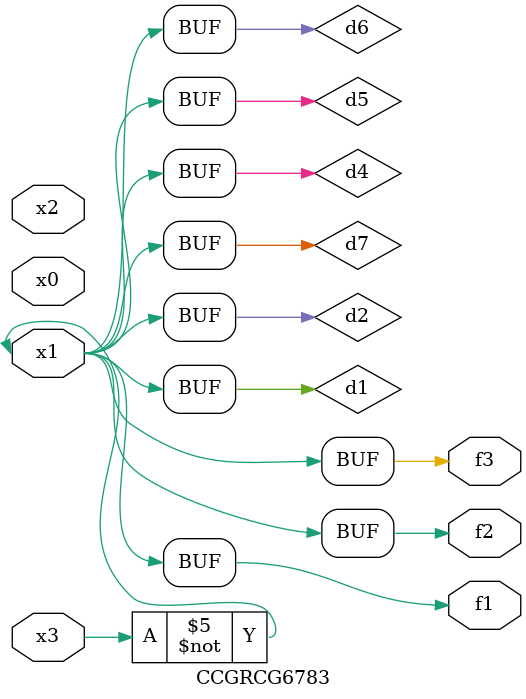
<source format=v>
module CCGRCG6783(
	input x0, x1, x2, x3,
	output f1, f2, f3
);

	wire d1, d2, d3, d4, d5, d6, d7;

	not (d1, x3);
	buf (d2, x1);
	xnor (d3, d1, d2);
	nor (d4, d1);
	buf (d5, d1, d2);
	buf (d6, d4, d5);
	nand (d7, d4);
	assign f1 = d6;
	assign f2 = d7;
	assign f3 = d6;
endmodule

</source>
